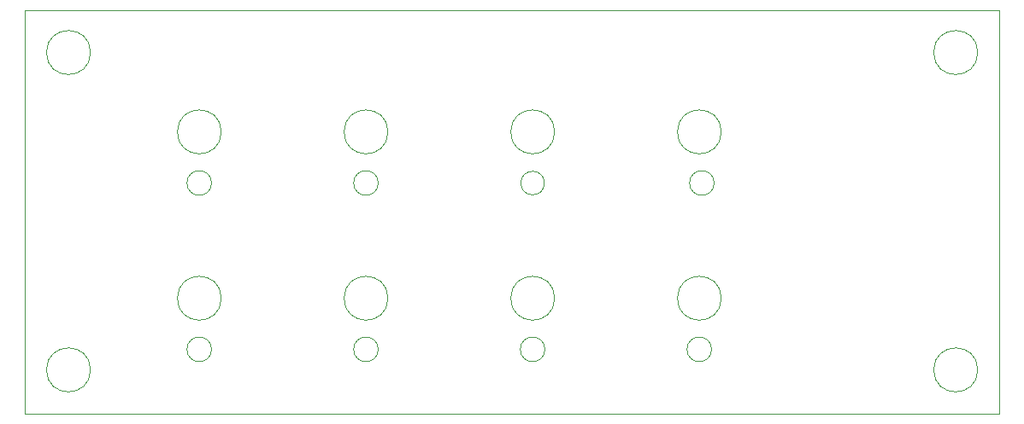
<source format=gm1>
%TF.GenerationSoftware,KiCad,Pcbnew,7.0.8*%
%TF.CreationDate,2023-10-22T18:36:15+02:00*%
%TF.ProjectId,Second test with RGB LEDs,5365636f-6e64-4207-9465-737420776974,rev?*%
%TF.SameCoordinates,Original*%
%TF.FileFunction,Profile,NP*%
%FSLAX46Y46*%
G04 Gerber Fmt 4.6, Leading zero omitted, Abs format (unit mm)*
G04 Created by KiCad (PCBNEW 7.0.8) date 2023-10-22 18:36:15*
%MOMM*%
%LPD*%
G01*
G04 APERTURE LIST*
%TA.AperFunction,Profile*%
%ADD10C,0.100000*%
%TD*%
%TA.AperFunction,Profile*%
%ADD11C,0.050000*%
%TD*%
G04 APERTURE END LIST*
D10*
X206248000Y-80010000D02*
X109728000Y-80010000D01*
X109728000Y-40005000D02*
X109728000Y-80010000D01*
X109728000Y-40005000D02*
X206248000Y-40005000D01*
X206248000Y-40005000D02*
X206248000Y-80010000D01*
D11*
%TO.C,REF\u002A\u002A*%
X204114991Y-44196000D02*
G75*
G03*
X204114991Y-44196000I-2184991J0D01*
G01*
X204114991Y-75692000D02*
G75*
G03*
X204114991Y-75692000I-2184991J0D01*
G01*
X116230991Y-44196000D02*
G75*
G03*
X116230991Y-44196000I-2184991J0D01*
G01*
X116230991Y-75692000D02*
G75*
G03*
X116230991Y-75692000I-2184991J0D01*
G01*
%TO.C,KEY4*%
X129181571Y-52069997D02*
G75*
G03*
X129181571Y-52069997I-2178742J0D01*
G01*
%TO.C,KEY1*%
X178711578Y-52069992D02*
G75*
G03*
X178711578Y-52069992I-2178742J0D01*
G01*
%TO.C,KEY8*%
X178711571Y-68579997D02*
G75*
G03*
X178711571Y-68579997I-2178742J0D01*
G01*
%TO.C,KEY3*%
X145691578Y-52069992D02*
G75*
G03*
X145691578Y-52069992I-2178742J0D01*
G01*
%TO.C,KEY7*%
X162201571Y-68579997D02*
G75*
G03*
X162201571Y-68579997I-2178742J0D01*
G01*
%TO.C,KEY5*%
X129181571Y-68579997D02*
G75*
G03*
X129181571Y-68579997I-2178742J0D01*
G01*
%TO.C,KEY2*%
X162201579Y-52069993D02*
G75*
G03*
X162201579Y-52069993I-2178742J0D01*
G01*
%TO.C,KEY6*%
X145691571Y-68579997D02*
G75*
G03*
X145691571Y-68579997I-2178742J0D01*
G01*
%TO.C,D2*%
X161188935Y-57150000D02*
G75*
G03*
X161188935Y-57150000I-1168935J0D01*
G01*
%TO.C,D3*%
X144725198Y-57150000D02*
G75*
G03*
X144725198Y-57150000I-1215198J0D01*
G01*
%TO.C,D5*%
X128215198Y-73660000D02*
G75*
G03*
X128215198Y-73660000I-1215198J0D01*
G01*
%TO.C,D1*%
X177999198Y-57150000D02*
G75*
G03*
X177999198Y-57150000I-1215198J0D01*
G01*
%TO.C,D6*%
X144725198Y-73660000D02*
G75*
G03*
X144725198Y-73660000I-1215198J0D01*
G01*
%TO.C,D4*%
X128215198Y-57150000D02*
G75*
G03*
X128215198Y-57150000I-1215198J0D01*
G01*
%TO.C,D7*%
X161235198Y-73660000D02*
G75*
G03*
X161235198Y-73660000I-1215198J0D01*
G01*
%TO.C,D8*%
X177745198Y-73660000D02*
G75*
G03*
X177745198Y-73660000I-1215198J0D01*
G01*
%TD*%
M02*

</source>
